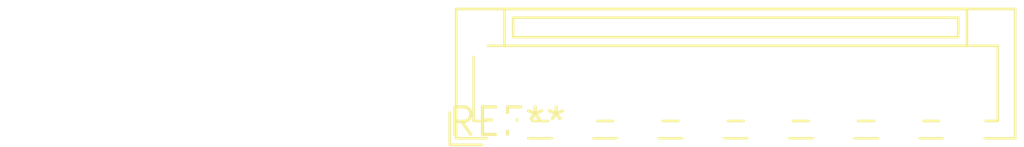
<source format=kicad_pcb>
(kicad_pcb (version 20240108) (generator pcbnew)
  (layers (0 "F.Cu" signal) (31 "B.Cu" signal) (34 "B.Paste" user) (35 "F.Paste" user) (36 "B.SilkS" user "B.Silkscreen") (37 "F.SilkS" user "F.Silkscreen") (38 "B.Mask" user) (39 "F.Mask" user) (44 "Edge.Cuts" user))
  (net 0 "")
  (footprint "JST_ZE_B15B-ZESK-1D_1x15_P1.50mm_Vertical" (layer "F.Cu") (at 0 0)
    (property "Reference" "REF**")
    (property "Value" "JST_ZE_B15B-ZESK-1D_1x15_P1.50mm_Vertical")
    (fp_line (start -2.66 -0.44) (end -2.66 1.06) (layer "F.SilkS") (stroke (width 0.12)))
    (fp_line (start -2.66 1.06) (end -1.16 1.06) (layer "F.SilkS") (stroke (width 0.12)))
    (fp_line (start -2.36 -5.21) (end 23.36 -5.21) (layer "F.SilkS") (stroke (width 0.12)))
    (fp_line (start -2.36 0.76) (end -2.36 -5.21) (layer "F.SilkS") (stroke (width 0.12)))
    (fp_line (start -1.56 -3) (end -1.56 -0.04) (layer "F.SilkS") (stroke (width 0.12)))
    (fp_line (start -1.56 -0.04) (end -1 -0.04) (layer "F.SilkS") (stroke (width 0.12)))
    (fp_line (start -0.96 0.76) (end -2.36 0.76) (layer "F.SilkS") (stroke (width 0.12)))
    (fp_line (start -0.14 -5.21) (end -0.14 -3.51) (layer "F.SilkS") (stroke (width 0.12)))
    (fp_line (start -0.14 -3.51) (end -0.9 -3.51) (layer "F.SilkS") (stroke (width 0.12)))
    (fp_line (start -0.14 -3.51) (end 21.14 -3.51) (layer "F.SilkS") (stroke (width 0.12)))
    (fp_line (start 0.26 -4.81) (end 0.26 -3.91) (layer "F.SilkS") (stroke (width 0.12)))
    (fp_line (start 0.26 -3.91) (end 20.74 -3.91) (layer "F.SilkS") (stroke (width 0.12)))
    (fp_line (start 0.96 0.76) (end 2.04 0.76) (layer "F.SilkS") (stroke (width 0.12)))
    (fp_line (start 1.135 -0.04) (end 1.865 -0.04) (layer "F.SilkS") (stroke (width 0.12)))
    (fp_line (start 3.96 0.76) (end 5.04 0.76) (layer "F.SilkS") (stroke (width 0.12)))
    (fp_line (start 4.135 -0.04) (end 4.865 -0.04) (layer "F.SilkS") (stroke (width 0.12)))
    (fp_line (start 6.96 0.76) (end 8.04 0.76) (layer "F.SilkS") (stroke (width 0.12)))
    (fp_line (start 7.135 -0.04) (end 7.865 -0.04) (layer "F.SilkS") (stroke (width 0.12)))
    (fp_line (start 9.96 0.76) (end 11.04 0.76) (layer "F.SilkS") (stroke (width 0.12)))
    (fp_line (start 10.135 -0.04) (end 10.865 -0.04) (layer "F.SilkS") (stroke (width 0.12)))
    (fp_line (start 12.96 0.76) (end 14.04 0.76) (layer "F.SilkS") (stroke (width 0.12)))
    (fp_line (start 13.135 -0.04) (end 13.865 -0.04) (layer "F.SilkS") (stroke (width 0.12)))
    (fp_line (start 15.96 0.76) (end 17.04 0.76) (layer "F.SilkS") (stroke (width 0.12)))
    (fp_line (start 16.135 -0.04) (end 16.865 -0.04) (layer "F.SilkS") (stroke (width 0.12)))
    (fp_line (start 18.96 0.76) (end 20.04 0.76) (layer "F.SilkS") (stroke (width 0.12)))
    (fp_line (start 19.135 -0.04) (end 19.865 -0.04) (layer "F.SilkS") (stroke (width 0.12)))
    (fp_line (start 20.74 -4.81) (end 0.26 -4.81) (layer "F.SilkS") (stroke (width 0.12)))
    (fp_line (start 20.74 -3.91) (end 20.74 -4.81) (layer "F.SilkS") (stroke (width 0.12)))
    (fp_line (start 21.14 -5.21) (end -0.14 -5.21) (layer "F.SilkS") (stroke (width 0.12)))
    (fp_line (start 21.14 -3.51) (end 21.14 -5.21) (layer "F.SilkS") (stroke (width 0.12)))
    (fp_line (start 21.14 -3.51) (end 22.56 -3.51) (layer "F.SilkS") (stroke (width 0.12)))
    (fp_line (start 22.56 -3.51) (end 22.56 -0.04) (layer "F.SilkS") (stroke (width 0.12)))
    (fp_line (start 22.56 -0.04) (end 22 -0.04) (layer "F.SilkS") (stroke (width 0.12)))
    (fp_line (start 23.36 -5.21) (end 23.36 0.76) (layer "F.SilkS") (stroke (width 0.12)))
    (fp_line (start 23.36 0.76) (end 21.96 0.76) (layer "F.SilkS") (stroke (width 0.12)))
    (pad "" np_thru_hole circle (at -1.65 -3.8) (size 0.85 0.85) (drill 0.85) (layers *.Cu *.Mask))
    (pad "1" thru_hole custom (at 0 0) (size 1.117157 1.117157) (drill 0.75) (layers *.Cu *.Mask) (remove_unused_layers) (options (clearance outline) (anchor circle)) (primitives (gr_poly (pts (xy 0.45 -0.225) (xy 0.45 0.625) (xy -0.45 0.625) (xy -0.45 -0.625) (xy 0.05 -0.625)) (width 0.5) (fill yes))))
    (pad "2" thru_hole oval (at 1.5 -2) (size 1.4 1.75) (drill 0.75) (layers *.Cu *.Mask) (remove_unused_layers))
    (pad "3" thru_hole oval (at 3 0) (size 1.4 1.75) (drill 0.75) (layers *.Cu *.Mask) (remove_unused_layers))
    (pad "4" thru_hole oval (at 4.5 -2) (size 1.4 1.75) (drill 0.75) (layers *.Cu *.Mask) (remove_unused_layers))
    (pad "5" thru_hole oval (at 6 0) (size 1.4 1.75) (drill 0.75) (layers *.Cu *.Mask) (remove_unused_layers))
    (pad "6" thru_hole oval (at 7.5 -2) (size 1.4 1.75) (drill 0.75) (layers *.Cu *.Mask) (remove_unused_layers))
    (pad "7" thru_hole oval (at 9 0) (size 1.4 1.75) (drill 0.75) (layers *.Cu *.Mask) (remove_unused_layers))
    (pad "8" thru_hole oval (at 10.5 -2) (size 1.4 1.75) (drill 0.75) (layers *.Cu *.Mask) (remove_unused_layers))
    (pad "9" thru_hole oval (at 12 0) (size 1.4 1.75) (drill 0.75) (layers *.Cu *.Mask) (remove_unused_layers))
    (pad "10" thru_hole oval (at 13.5 -2) (size 1.4 1.75) (drill 0.75) (layers *.Cu *.Mask) (remove_unused_layers))
    (pad "11" thru_hole oval (at 15 0) (size 1.4 1.75) (drill 0.75) (layers *.Cu *.Mask) (remove_unused_layers))
    (pad "12" thru_hole oval (at 16.5 -2) (size 1.4 1.75) (drill 0.75) (layers *.Cu *.Mask) (remove_unused_layers))
    (pad "13" thru_hole oval (at 18 0) (size 1.4 1.75) (drill 0.75) (layers *.Cu *.Mask) (remove_unused_layers))
    (pad "14" thru_hole oval (at 19.5 -2) (size 1.4 1.75) (drill 0.75) (layers *.Cu *.Mask) (remove_unused_layers))
    (pad "15" thru_hole oval (at 21 0) (size 1.4 1.75) (drill 0.75) (layers *.Cu *.Mask) (remove_unused_layers))
  )
)
</source>
